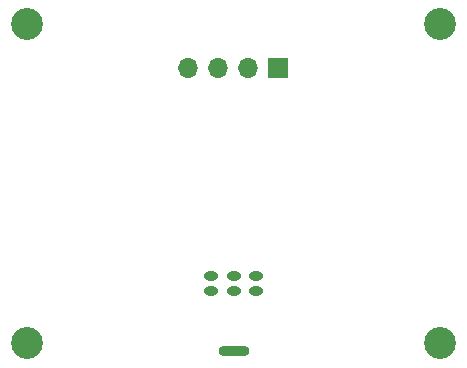
<source format=gbr>
%TF.GenerationSoftware,KiCad,Pcbnew,9.0.0*%
%TF.CreationDate,2025-10-27T19:49:06+01:00*%
%TF.ProjectId,Gamecube controller breakout mount,47616d65-6375-4626-9520-636f6e74726f,rev?*%
%TF.SameCoordinates,Original*%
%TF.FileFunction,Soldermask,Bot*%
%TF.FilePolarity,Negative*%
%FSLAX46Y46*%
G04 Gerber Fmt 4.6, Leading zero omitted, Abs format (unit mm)*
G04 Created by KiCad (PCBNEW 9.0.0) date 2025-10-27 19:49:06*
%MOMM*%
%LPD*%
G01*
G04 APERTURE LIST*
%ADD10O,1.200000X0.800000*%
%ADD11C,2.700000*%
%ADD12R,1.700000X1.700000*%
%ADD13O,1.700000X1.700000*%
%ADD14O,2.650000X0.850000*%
G04 APERTURE END LIST*
D10*
%TO.C,*%
X140864200Y-102071500D03*
%TD*%
D11*
%TO.C,REF\u002A\u002A*%
X160292600Y-106500000D03*
%TD*%
D10*
%TO.C,*%
X144684200Y-100801500D03*
%TD*%
D12*
%TO.C,REF\u002A\u002A*%
X146574200Y-83186120D03*
D13*
X144034200Y-83186120D03*
X141494200Y-83186120D03*
X138954200Y-83186120D03*
%TD*%
D11*
%TO.C,REF\u002A\u002A*%
X125292600Y-79500000D03*
%TD*%
D10*
%TO.C,*%
X142774200Y-100801500D03*
%TD*%
D14*
%TO.C,*%
X142774200Y-107186500D03*
%TD*%
D11*
%TO.C,REF\u002A\u002A*%
X125292600Y-106500000D03*
%TD*%
D10*
%TO.C,*%
X142774200Y-102071500D03*
%TD*%
D11*
%TO.C,REF\u002A\u002A*%
X160292600Y-79500000D03*
%TD*%
D10*
%TO.C,*%
X144684200Y-102071500D03*
%TD*%
%TO.C,*%
X140864200Y-100801500D03*
%TD*%
M02*

</source>
